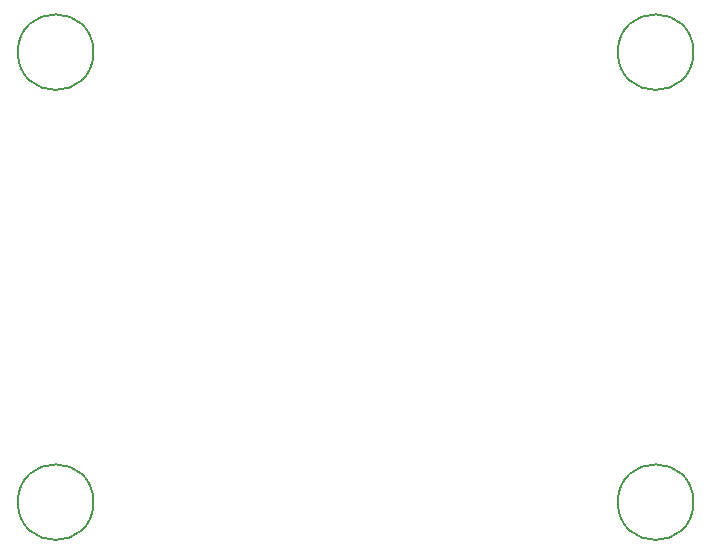
<source format=gbr>
%TF.GenerationSoftware,KiCad,Pcbnew,8.0.1*%
%TF.CreationDate,2024-06-16T17:47:39-07:00*%
%TF.ProjectId,eddy_pcb_coil,65646479-5f70-4636-925f-636f696c2e6b,rev?*%
%TF.SameCoordinates,Original*%
%TF.FileFunction,Other,Comment*%
%FSLAX46Y46*%
G04 Gerber Fmt 4.6, Leading zero omitted, Abs format (unit mm)*
G04 Created by KiCad (PCBNEW 8.0.1) date 2024-06-16 17:47:39*
%MOMM*%
%LPD*%
G01*
G04 APERTURE LIST*
%ADD10C,0.150000*%
G04 APERTURE END LIST*
D10*
%TO.C,H4*%
X187350000Y-85090000D02*
G75*
G02*
X180950000Y-85090000I-3200000J0D01*
G01*
X180950000Y-85090000D02*
G75*
G02*
X187350000Y-85090000I3200000J0D01*
G01*
%TO.C,H3*%
X136550000Y-85090000D02*
G75*
G02*
X130150000Y-85090000I-3200000J0D01*
G01*
X130150000Y-85090000D02*
G75*
G02*
X136550000Y-85090000I3200000J0D01*
G01*
%TO.C,H2*%
X187350000Y-46990000D02*
G75*
G02*
X180950000Y-46990000I-3200000J0D01*
G01*
X180950000Y-46990000D02*
G75*
G02*
X187350000Y-46990000I3200000J0D01*
G01*
%TO.C,H1*%
X136550000Y-46990000D02*
G75*
G02*
X130150000Y-46990000I-3200000J0D01*
G01*
X130150000Y-46990000D02*
G75*
G02*
X136550000Y-46990000I3200000J0D01*
G01*
%TD*%
M02*

</source>
